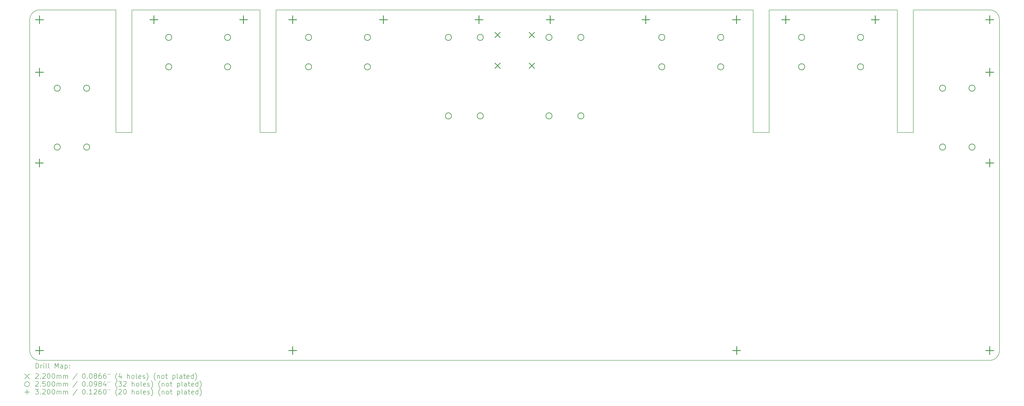
<source format=gbr>
%FSLAX45Y45*%
G04 Gerber Fmt 4.5, Leading zero omitted, Abs format (unit mm)*
G04 Created by KiCad (PCBNEW (6.0.0)) date 2022-03-06 22:42:32*
%MOMM*%
%LPD*%
G01*
G04 APERTURE LIST*
%TA.AperFunction,Profile*%
%ADD10C,0.200000*%
%TD*%
%ADD11C,0.200000*%
%ADD12C,0.220000*%
%ADD13C,0.250000*%
%ADD14C,0.320000*%
G04 APERTURE END LIST*
D10*
X1459270Y-5875820D02*
G75*
G03*
X1062420Y-6272670I0J-396850D01*
G01*
X37075550Y-10875820D02*
X37075550Y-5875820D01*
X40191830Y-20162420D02*
G75*
G03*
X40588680Y-19765570I0J396850D01*
G01*
X11100550Y-5875820D02*
X30550550Y-5875820D01*
X5225550Y-10875820D02*
X4575550Y-10875820D01*
X4575550Y-10875820D02*
X4575550Y-5875820D01*
X5225550Y-5875820D02*
X5225550Y-10875820D01*
X31200550Y-5875820D02*
X31200550Y-10875820D01*
X37075550Y-5875820D02*
X40191830Y-5875820D01*
X4575550Y-5875820D02*
X1459270Y-5875820D01*
X36425550Y-5875820D02*
X36425550Y-10875820D01*
X1062420Y-6272670D02*
X1062420Y-19765570D01*
X11100550Y-5875820D02*
X11100550Y-10875820D01*
X10450550Y-10875820D02*
X10450550Y-5875820D01*
X11100550Y-10875820D02*
X10450550Y-10875820D01*
X31200550Y-5875820D02*
X36425550Y-5875820D01*
X1062420Y-19765570D02*
G75*
G03*
X1459270Y-20162420I396850J0D01*
G01*
X31200550Y-10875820D02*
X30550550Y-10875820D01*
X36425550Y-10875820D02*
X37075550Y-10875820D01*
X40588680Y-19765570D02*
X40588680Y-6272670D01*
X5225550Y-5875820D02*
X10450550Y-5875820D01*
X1459270Y-20162420D02*
X40191830Y-20162420D01*
X30550550Y-10875820D02*
X30550550Y-5875820D01*
X40588680Y-6272670D02*
G75*
G03*
X40191830Y-5875820I-396850J0D01*
G01*
D11*
D12*
X20015550Y-6784520D02*
X20235550Y-7004520D01*
X20235550Y-6784520D02*
X20015550Y-7004520D01*
X20015550Y-8034520D02*
X20235550Y-8254520D01*
X20235550Y-8034520D02*
X20015550Y-8254520D01*
X21415550Y-6784520D02*
X21635550Y-7004520D01*
X21635550Y-6784520D02*
X21415550Y-7004520D01*
X21415550Y-8034520D02*
X21635550Y-8254520D01*
X21635550Y-8034520D02*
X21415550Y-8254520D01*
D13*
X2306120Y-9066370D02*
G75*
G03*
X2306120Y-9066370I-125000J0D01*
G01*
X2306120Y-11466370D02*
G75*
G03*
X2306120Y-11466370I-125000J0D01*
G01*
X3506120Y-9066370D02*
G75*
G03*
X3506120Y-9066370I-125000J0D01*
G01*
X3506120Y-11466370D02*
G75*
G03*
X3506120Y-11466370I-125000J0D01*
G01*
X6850550Y-6994520D02*
G75*
G03*
X6850550Y-6994520I-125000J0D01*
G01*
X6850550Y-8194520D02*
G75*
G03*
X6850550Y-8194520I-125000J0D01*
G01*
X9250550Y-6994520D02*
G75*
G03*
X9250550Y-6994520I-125000J0D01*
G01*
X9250550Y-8194520D02*
G75*
G03*
X9250550Y-8194520I-125000J0D01*
G01*
X12550550Y-6994520D02*
G75*
G03*
X12550550Y-6994520I-125000J0D01*
G01*
X12550550Y-8194520D02*
G75*
G03*
X12550550Y-8194520I-125000J0D01*
G01*
X14950550Y-6994520D02*
G75*
G03*
X14950550Y-6994520I-125000J0D01*
G01*
X14950550Y-8194520D02*
G75*
G03*
X14950550Y-8194520I-125000J0D01*
G01*
X18250550Y-6994520D02*
G75*
G03*
X18250550Y-6994520I-125000J0D01*
G01*
X18250550Y-10194520D02*
G75*
G03*
X18250550Y-10194520I-125000J0D01*
G01*
X19550550Y-6994520D02*
G75*
G03*
X19550550Y-6994520I-125000J0D01*
G01*
X19550550Y-10194520D02*
G75*
G03*
X19550550Y-10194520I-125000J0D01*
G01*
X22350550Y-6994520D02*
G75*
G03*
X22350550Y-6994520I-125000J0D01*
G01*
X22350550Y-10194520D02*
G75*
G03*
X22350550Y-10194520I-125000J0D01*
G01*
X23650550Y-6994520D02*
G75*
G03*
X23650550Y-6994520I-125000J0D01*
G01*
X23650550Y-10194520D02*
G75*
G03*
X23650550Y-10194520I-125000J0D01*
G01*
X26950550Y-6994520D02*
G75*
G03*
X26950550Y-6994520I-125000J0D01*
G01*
X26950550Y-8194520D02*
G75*
G03*
X26950550Y-8194520I-125000J0D01*
G01*
X29350550Y-6994520D02*
G75*
G03*
X29350550Y-6994520I-125000J0D01*
G01*
X29350550Y-8194520D02*
G75*
G03*
X29350550Y-8194520I-125000J0D01*
G01*
X32650550Y-6994520D02*
G75*
G03*
X32650550Y-6994520I-125000J0D01*
G01*
X32650550Y-8194520D02*
G75*
G03*
X32650550Y-8194520I-125000J0D01*
G01*
X35050550Y-6994520D02*
G75*
G03*
X35050550Y-6994520I-125000J0D01*
G01*
X35050550Y-8194520D02*
G75*
G03*
X35050550Y-8194520I-125000J0D01*
G01*
X38394980Y-9066370D02*
G75*
G03*
X38394980Y-9066370I-125000J0D01*
G01*
X38394980Y-11466370D02*
G75*
G03*
X38394980Y-11466370I-125000J0D01*
G01*
X39594980Y-9066370D02*
G75*
G03*
X39594980Y-9066370I-125000J0D01*
G01*
X39594980Y-11466370D02*
G75*
G03*
X39594980Y-11466370I-125000J0D01*
G01*
D14*
X1452970Y-11956370D02*
X1452970Y-12276370D01*
X1292970Y-12116370D02*
X1612970Y-12116370D01*
X1456120Y-8256370D02*
X1456120Y-8576370D01*
X1296120Y-8416370D02*
X1616120Y-8416370D01*
X1459270Y-6112670D02*
X1459270Y-6432670D01*
X1299270Y-6272670D02*
X1619270Y-6272670D01*
X1459270Y-19605570D02*
X1459270Y-19925570D01*
X1299270Y-19765570D02*
X1619270Y-19765570D01*
X6125550Y-6112670D02*
X6125550Y-6432670D01*
X5965550Y-6272670D02*
X6285550Y-6272670D01*
X9775550Y-6112670D02*
X9775550Y-6432670D01*
X9615550Y-6272670D02*
X9935550Y-6272670D01*
X11775550Y-19605570D02*
X11775550Y-19925570D01*
X11615550Y-19765570D02*
X11935550Y-19765570D01*
X11777370Y-6112670D02*
X11777370Y-6432670D01*
X11617370Y-6272670D02*
X11937370Y-6272670D01*
X15475550Y-6112670D02*
X15475550Y-6432670D01*
X15315550Y-6272670D02*
X15635550Y-6272670D01*
X19375550Y-6112670D02*
X19375550Y-6432670D01*
X19215550Y-6272670D02*
X19535550Y-6272670D01*
X22275550Y-6112670D02*
X22275550Y-6432670D01*
X22115550Y-6272670D02*
X22435550Y-6272670D01*
X26175550Y-6112670D02*
X26175550Y-6432670D01*
X26015550Y-6272670D02*
X26335550Y-6272670D01*
X29873730Y-6112670D02*
X29873730Y-6432670D01*
X29713730Y-6272670D02*
X30033730Y-6272670D01*
X29875550Y-19605570D02*
X29875550Y-19925570D01*
X29715550Y-19765570D02*
X30035550Y-19765570D01*
X31875550Y-6112670D02*
X31875550Y-6432670D01*
X31715550Y-6272670D02*
X32035550Y-6272670D01*
X35525550Y-6112670D02*
X35525550Y-6432670D01*
X35365550Y-6272670D02*
X35685550Y-6272670D01*
X40191830Y-6112670D02*
X40191830Y-6432670D01*
X40031830Y-6272670D02*
X40351830Y-6272670D01*
X40191830Y-8255660D02*
X40191830Y-8575660D01*
X40031830Y-8415660D02*
X40351830Y-8415660D01*
X40191830Y-11956370D02*
X40191830Y-12276370D01*
X40031830Y-12116370D02*
X40351830Y-12116370D01*
X40191830Y-19605570D02*
X40191830Y-19925570D01*
X40031830Y-19765570D02*
X40351830Y-19765570D01*
D11*
X1310039Y-20482896D02*
X1310039Y-20282896D01*
X1357658Y-20282896D01*
X1386230Y-20292420D01*
X1405277Y-20311468D01*
X1414801Y-20330515D01*
X1424325Y-20368610D01*
X1424325Y-20397182D01*
X1414801Y-20435277D01*
X1405277Y-20454325D01*
X1386230Y-20473372D01*
X1357658Y-20482896D01*
X1310039Y-20482896D01*
X1510039Y-20482896D02*
X1510039Y-20349563D01*
X1510039Y-20387658D02*
X1519563Y-20368610D01*
X1529087Y-20359087D01*
X1548134Y-20349563D01*
X1567182Y-20349563D01*
X1633848Y-20482896D02*
X1633848Y-20349563D01*
X1633848Y-20282896D02*
X1624325Y-20292420D01*
X1633848Y-20301944D01*
X1643372Y-20292420D01*
X1633848Y-20282896D01*
X1633848Y-20301944D01*
X1757658Y-20482896D02*
X1738610Y-20473372D01*
X1729087Y-20454325D01*
X1729087Y-20282896D01*
X1862420Y-20482896D02*
X1843372Y-20473372D01*
X1833848Y-20454325D01*
X1833848Y-20282896D01*
X2090991Y-20482896D02*
X2090991Y-20282896D01*
X2157658Y-20425753D01*
X2224325Y-20282896D01*
X2224325Y-20482896D01*
X2405277Y-20482896D02*
X2405277Y-20378134D01*
X2395753Y-20359087D01*
X2376706Y-20349563D01*
X2338610Y-20349563D01*
X2319563Y-20359087D01*
X2405277Y-20473372D02*
X2386230Y-20482896D01*
X2338610Y-20482896D01*
X2319563Y-20473372D01*
X2310039Y-20454325D01*
X2310039Y-20435277D01*
X2319563Y-20416230D01*
X2338610Y-20406706D01*
X2386230Y-20406706D01*
X2405277Y-20397182D01*
X2500515Y-20349563D02*
X2500515Y-20549563D01*
X2500515Y-20359087D02*
X2519563Y-20349563D01*
X2557658Y-20349563D01*
X2576706Y-20359087D01*
X2586230Y-20368610D01*
X2595753Y-20387658D01*
X2595753Y-20444801D01*
X2586230Y-20463849D01*
X2576706Y-20473372D01*
X2557658Y-20482896D01*
X2519563Y-20482896D01*
X2500515Y-20473372D01*
X2681468Y-20463849D02*
X2690991Y-20473372D01*
X2681468Y-20482896D01*
X2671944Y-20473372D01*
X2681468Y-20463849D01*
X2681468Y-20482896D01*
X2681468Y-20359087D02*
X2690991Y-20368610D01*
X2681468Y-20378134D01*
X2671944Y-20368610D01*
X2681468Y-20359087D01*
X2681468Y-20378134D01*
X852420Y-20712420D02*
X1052420Y-20912420D01*
X1052420Y-20712420D02*
X852420Y-20912420D01*
X1300515Y-20721944D02*
X1310039Y-20712420D01*
X1329087Y-20702896D01*
X1376706Y-20702896D01*
X1395753Y-20712420D01*
X1405277Y-20721944D01*
X1414801Y-20740991D01*
X1414801Y-20760039D01*
X1405277Y-20788610D01*
X1290991Y-20902896D01*
X1414801Y-20902896D01*
X1500515Y-20883849D02*
X1510039Y-20893372D01*
X1500515Y-20902896D01*
X1490991Y-20893372D01*
X1500515Y-20883849D01*
X1500515Y-20902896D01*
X1586229Y-20721944D02*
X1595753Y-20712420D01*
X1614801Y-20702896D01*
X1662420Y-20702896D01*
X1681468Y-20712420D01*
X1690991Y-20721944D01*
X1700515Y-20740991D01*
X1700515Y-20760039D01*
X1690991Y-20788610D01*
X1576706Y-20902896D01*
X1700515Y-20902896D01*
X1824325Y-20702896D02*
X1843372Y-20702896D01*
X1862420Y-20712420D01*
X1871944Y-20721944D01*
X1881468Y-20740991D01*
X1890991Y-20779087D01*
X1890991Y-20826706D01*
X1881468Y-20864801D01*
X1871944Y-20883849D01*
X1862420Y-20893372D01*
X1843372Y-20902896D01*
X1824325Y-20902896D01*
X1805277Y-20893372D01*
X1795753Y-20883849D01*
X1786229Y-20864801D01*
X1776706Y-20826706D01*
X1776706Y-20779087D01*
X1786229Y-20740991D01*
X1795753Y-20721944D01*
X1805277Y-20712420D01*
X1824325Y-20702896D01*
X2014801Y-20702896D02*
X2033848Y-20702896D01*
X2052896Y-20712420D01*
X2062420Y-20721944D01*
X2071944Y-20740991D01*
X2081468Y-20779087D01*
X2081468Y-20826706D01*
X2071944Y-20864801D01*
X2062420Y-20883849D01*
X2052896Y-20893372D01*
X2033848Y-20902896D01*
X2014801Y-20902896D01*
X1995753Y-20893372D01*
X1986229Y-20883849D01*
X1976706Y-20864801D01*
X1967182Y-20826706D01*
X1967182Y-20779087D01*
X1976706Y-20740991D01*
X1986229Y-20721944D01*
X1995753Y-20712420D01*
X2014801Y-20702896D01*
X2167182Y-20902896D02*
X2167182Y-20769563D01*
X2167182Y-20788610D02*
X2176706Y-20779087D01*
X2195753Y-20769563D01*
X2224325Y-20769563D01*
X2243372Y-20779087D01*
X2252896Y-20798134D01*
X2252896Y-20902896D01*
X2252896Y-20798134D02*
X2262420Y-20779087D01*
X2281468Y-20769563D01*
X2310039Y-20769563D01*
X2329087Y-20779087D01*
X2338610Y-20798134D01*
X2338610Y-20902896D01*
X2433849Y-20902896D02*
X2433849Y-20769563D01*
X2433849Y-20788610D02*
X2443372Y-20779087D01*
X2462420Y-20769563D01*
X2490991Y-20769563D01*
X2510039Y-20779087D01*
X2519563Y-20798134D01*
X2519563Y-20902896D01*
X2519563Y-20798134D02*
X2529087Y-20779087D01*
X2548134Y-20769563D01*
X2576706Y-20769563D01*
X2595753Y-20779087D01*
X2605277Y-20798134D01*
X2605277Y-20902896D01*
X2995753Y-20693372D02*
X2824325Y-20950515D01*
X3252896Y-20702896D02*
X3271944Y-20702896D01*
X3290991Y-20712420D01*
X3300515Y-20721944D01*
X3310039Y-20740991D01*
X3319563Y-20779087D01*
X3319563Y-20826706D01*
X3310039Y-20864801D01*
X3300515Y-20883849D01*
X3290991Y-20893372D01*
X3271944Y-20902896D01*
X3252896Y-20902896D01*
X3233848Y-20893372D01*
X3224325Y-20883849D01*
X3214801Y-20864801D01*
X3205277Y-20826706D01*
X3205277Y-20779087D01*
X3214801Y-20740991D01*
X3224325Y-20721944D01*
X3233848Y-20712420D01*
X3252896Y-20702896D01*
X3405277Y-20883849D02*
X3414801Y-20893372D01*
X3405277Y-20902896D01*
X3395753Y-20893372D01*
X3405277Y-20883849D01*
X3405277Y-20902896D01*
X3538610Y-20702896D02*
X3557658Y-20702896D01*
X3576706Y-20712420D01*
X3586229Y-20721944D01*
X3595753Y-20740991D01*
X3605277Y-20779087D01*
X3605277Y-20826706D01*
X3595753Y-20864801D01*
X3586229Y-20883849D01*
X3576706Y-20893372D01*
X3557658Y-20902896D01*
X3538610Y-20902896D01*
X3519563Y-20893372D01*
X3510039Y-20883849D01*
X3500515Y-20864801D01*
X3490991Y-20826706D01*
X3490991Y-20779087D01*
X3500515Y-20740991D01*
X3510039Y-20721944D01*
X3519563Y-20712420D01*
X3538610Y-20702896D01*
X3719563Y-20788610D02*
X3700515Y-20779087D01*
X3690991Y-20769563D01*
X3681468Y-20750515D01*
X3681468Y-20740991D01*
X3690991Y-20721944D01*
X3700515Y-20712420D01*
X3719563Y-20702896D01*
X3757658Y-20702896D01*
X3776706Y-20712420D01*
X3786229Y-20721944D01*
X3795753Y-20740991D01*
X3795753Y-20750515D01*
X3786229Y-20769563D01*
X3776706Y-20779087D01*
X3757658Y-20788610D01*
X3719563Y-20788610D01*
X3700515Y-20798134D01*
X3690991Y-20807658D01*
X3681468Y-20826706D01*
X3681468Y-20864801D01*
X3690991Y-20883849D01*
X3700515Y-20893372D01*
X3719563Y-20902896D01*
X3757658Y-20902896D01*
X3776706Y-20893372D01*
X3786229Y-20883849D01*
X3795753Y-20864801D01*
X3795753Y-20826706D01*
X3786229Y-20807658D01*
X3776706Y-20798134D01*
X3757658Y-20788610D01*
X3967182Y-20702896D02*
X3929087Y-20702896D01*
X3910039Y-20712420D01*
X3900515Y-20721944D01*
X3881468Y-20750515D01*
X3871944Y-20788610D01*
X3871944Y-20864801D01*
X3881468Y-20883849D01*
X3890991Y-20893372D01*
X3910039Y-20902896D01*
X3948134Y-20902896D01*
X3967182Y-20893372D01*
X3976706Y-20883849D01*
X3986229Y-20864801D01*
X3986229Y-20817182D01*
X3976706Y-20798134D01*
X3967182Y-20788610D01*
X3948134Y-20779087D01*
X3910039Y-20779087D01*
X3890991Y-20788610D01*
X3881468Y-20798134D01*
X3871944Y-20817182D01*
X4157658Y-20702896D02*
X4119563Y-20702896D01*
X4100515Y-20712420D01*
X4090991Y-20721944D01*
X4071944Y-20750515D01*
X4062420Y-20788610D01*
X4062420Y-20864801D01*
X4071944Y-20883849D01*
X4081468Y-20893372D01*
X4100515Y-20902896D01*
X4138610Y-20902896D01*
X4157658Y-20893372D01*
X4167182Y-20883849D01*
X4176706Y-20864801D01*
X4176706Y-20817182D01*
X4167182Y-20798134D01*
X4157658Y-20788610D01*
X4138610Y-20779087D01*
X4100515Y-20779087D01*
X4081468Y-20788610D01*
X4071944Y-20798134D01*
X4062420Y-20817182D01*
X4252896Y-20702896D02*
X4252896Y-20740991D01*
X4329087Y-20702896D02*
X4329087Y-20740991D01*
X4624325Y-20979087D02*
X4614801Y-20969563D01*
X4595753Y-20940991D01*
X4586230Y-20921944D01*
X4576706Y-20893372D01*
X4567182Y-20845753D01*
X4567182Y-20807658D01*
X4576706Y-20760039D01*
X4586230Y-20731468D01*
X4595753Y-20712420D01*
X4614801Y-20683849D01*
X4624325Y-20674325D01*
X4786230Y-20769563D02*
X4786230Y-20902896D01*
X4738610Y-20693372D02*
X4690991Y-20836230D01*
X4814801Y-20836230D01*
X5043372Y-20902896D02*
X5043372Y-20702896D01*
X5129087Y-20902896D02*
X5129087Y-20798134D01*
X5119563Y-20779087D01*
X5100515Y-20769563D01*
X5071944Y-20769563D01*
X5052896Y-20779087D01*
X5043372Y-20788610D01*
X5252896Y-20902896D02*
X5233849Y-20893372D01*
X5224325Y-20883849D01*
X5214801Y-20864801D01*
X5214801Y-20807658D01*
X5224325Y-20788610D01*
X5233849Y-20779087D01*
X5252896Y-20769563D01*
X5281468Y-20769563D01*
X5300515Y-20779087D01*
X5310039Y-20788610D01*
X5319563Y-20807658D01*
X5319563Y-20864801D01*
X5310039Y-20883849D01*
X5300515Y-20893372D01*
X5281468Y-20902896D01*
X5252896Y-20902896D01*
X5433849Y-20902896D02*
X5414801Y-20893372D01*
X5405277Y-20874325D01*
X5405277Y-20702896D01*
X5586230Y-20893372D02*
X5567182Y-20902896D01*
X5529087Y-20902896D01*
X5510039Y-20893372D01*
X5500515Y-20874325D01*
X5500515Y-20798134D01*
X5510039Y-20779087D01*
X5529087Y-20769563D01*
X5567182Y-20769563D01*
X5586230Y-20779087D01*
X5595753Y-20798134D01*
X5595753Y-20817182D01*
X5500515Y-20836230D01*
X5671944Y-20893372D02*
X5690991Y-20902896D01*
X5729087Y-20902896D01*
X5748134Y-20893372D01*
X5757658Y-20874325D01*
X5757658Y-20864801D01*
X5748134Y-20845753D01*
X5729087Y-20836230D01*
X5700515Y-20836230D01*
X5681468Y-20826706D01*
X5671944Y-20807658D01*
X5671944Y-20798134D01*
X5681468Y-20779087D01*
X5700515Y-20769563D01*
X5729087Y-20769563D01*
X5748134Y-20779087D01*
X5824325Y-20979087D02*
X5833848Y-20969563D01*
X5852896Y-20940991D01*
X5862420Y-20921944D01*
X5871944Y-20893372D01*
X5881468Y-20845753D01*
X5881468Y-20807658D01*
X5871944Y-20760039D01*
X5862420Y-20731468D01*
X5852896Y-20712420D01*
X5833848Y-20683849D01*
X5824325Y-20674325D01*
X6186229Y-20979087D02*
X6176706Y-20969563D01*
X6157658Y-20940991D01*
X6148134Y-20921944D01*
X6138610Y-20893372D01*
X6129087Y-20845753D01*
X6129087Y-20807658D01*
X6138610Y-20760039D01*
X6148134Y-20731468D01*
X6157658Y-20712420D01*
X6176706Y-20683849D01*
X6186229Y-20674325D01*
X6262420Y-20769563D02*
X6262420Y-20902896D01*
X6262420Y-20788610D02*
X6271944Y-20779087D01*
X6290991Y-20769563D01*
X6319563Y-20769563D01*
X6338610Y-20779087D01*
X6348134Y-20798134D01*
X6348134Y-20902896D01*
X6471944Y-20902896D02*
X6452896Y-20893372D01*
X6443372Y-20883849D01*
X6433848Y-20864801D01*
X6433848Y-20807658D01*
X6443372Y-20788610D01*
X6452896Y-20779087D01*
X6471944Y-20769563D01*
X6500515Y-20769563D01*
X6519563Y-20779087D01*
X6529087Y-20788610D01*
X6538610Y-20807658D01*
X6538610Y-20864801D01*
X6529087Y-20883849D01*
X6519563Y-20893372D01*
X6500515Y-20902896D01*
X6471944Y-20902896D01*
X6595753Y-20769563D02*
X6671944Y-20769563D01*
X6624325Y-20702896D02*
X6624325Y-20874325D01*
X6633848Y-20893372D01*
X6652896Y-20902896D01*
X6671944Y-20902896D01*
X6890991Y-20769563D02*
X6890991Y-20969563D01*
X6890991Y-20779087D02*
X6910039Y-20769563D01*
X6948134Y-20769563D01*
X6967182Y-20779087D01*
X6976706Y-20788610D01*
X6986229Y-20807658D01*
X6986229Y-20864801D01*
X6976706Y-20883849D01*
X6967182Y-20893372D01*
X6948134Y-20902896D01*
X6910039Y-20902896D01*
X6890991Y-20893372D01*
X7100515Y-20902896D02*
X7081468Y-20893372D01*
X7071944Y-20874325D01*
X7071944Y-20702896D01*
X7262420Y-20902896D02*
X7262420Y-20798134D01*
X7252896Y-20779087D01*
X7233848Y-20769563D01*
X7195753Y-20769563D01*
X7176706Y-20779087D01*
X7262420Y-20893372D02*
X7243372Y-20902896D01*
X7195753Y-20902896D01*
X7176706Y-20893372D01*
X7167182Y-20874325D01*
X7167182Y-20855277D01*
X7176706Y-20836230D01*
X7195753Y-20826706D01*
X7243372Y-20826706D01*
X7262420Y-20817182D01*
X7329087Y-20769563D02*
X7405277Y-20769563D01*
X7357658Y-20702896D02*
X7357658Y-20874325D01*
X7367182Y-20893372D01*
X7386229Y-20902896D01*
X7405277Y-20902896D01*
X7548134Y-20893372D02*
X7529087Y-20902896D01*
X7490991Y-20902896D01*
X7471944Y-20893372D01*
X7462420Y-20874325D01*
X7462420Y-20798134D01*
X7471944Y-20779087D01*
X7490991Y-20769563D01*
X7529087Y-20769563D01*
X7548134Y-20779087D01*
X7557658Y-20798134D01*
X7557658Y-20817182D01*
X7462420Y-20836230D01*
X7729087Y-20902896D02*
X7729087Y-20702896D01*
X7729087Y-20893372D02*
X7710039Y-20902896D01*
X7671944Y-20902896D01*
X7652896Y-20893372D01*
X7643372Y-20883849D01*
X7633848Y-20864801D01*
X7633848Y-20807658D01*
X7643372Y-20788610D01*
X7652896Y-20779087D01*
X7671944Y-20769563D01*
X7710039Y-20769563D01*
X7729087Y-20779087D01*
X7805277Y-20979087D02*
X7814801Y-20969563D01*
X7833848Y-20940991D01*
X7843372Y-20921944D01*
X7852896Y-20893372D01*
X7862420Y-20845753D01*
X7862420Y-20807658D01*
X7852896Y-20760039D01*
X7843372Y-20731468D01*
X7833848Y-20712420D01*
X7814801Y-20683849D01*
X7805277Y-20674325D01*
X1052420Y-21132420D02*
G75*
G03*
X1052420Y-21132420I-100000J0D01*
G01*
X1300515Y-21041944D02*
X1310039Y-21032420D01*
X1329087Y-21022896D01*
X1376706Y-21022896D01*
X1395753Y-21032420D01*
X1405277Y-21041944D01*
X1414801Y-21060991D01*
X1414801Y-21080039D01*
X1405277Y-21108610D01*
X1290991Y-21222896D01*
X1414801Y-21222896D01*
X1500515Y-21203849D02*
X1510039Y-21213372D01*
X1500515Y-21222896D01*
X1490991Y-21213372D01*
X1500515Y-21203849D01*
X1500515Y-21222896D01*
X1690991Y-21022896D02*
X1595753Y-21022896D01*
X1586229Y-21118134D01*
X1595753Y-21108610D01*
X1614801Y-21099087D01*
X1662420Y-21099087D01*
X1681468Y-21108610D01*
X1690991Y-21118134D01*
X1700515Y-21137182D01*
X1700515Y-21184801D01*
X1690991Y-21203849D01*
X1681468Y-21213372D01*
X1662420Y-21222896D01*
X1614801Y-21222896D01*
X1595753Y-21213372D01*
X1586229Y-21203849D01*
X1824325Y-21022896D02*
X1843372Y-21022896D01*
X1862420Y-21032420D01*
X1871944Y-21041944D01*
X1881468Y-21060991D01*
X1890991Y-21099087D01*
X1890991Y-21146706D01*
X1881468Y-21184801D01*
X1871944Y-21203849D01*
X1862420Y-21213372D01*
X1843372Y-21222896D01*
X1824325Y-21222896D01*
X1805277Y-21213372D01*
X1795753Y-21203849D01*
X1786229Y-21184801D01*
X1776706Y-21146706D01*
X1776706Y-21099087D01*
X1786229Y-21060991D01*
X1795753Y-21041944D01*
X1805277Y-21032420D01*
X1824325Y-21022896D01*
X2014801Y-21022896D02*
X2033848Y-21022896D01*
X2052896Y-21032420D01*
X2062420Y-21041944D01*
X2071944Y-21060991D01*
X2081468Y-21099087D01*
X2081468Y-21146706D01*
X2071944Y-21184801D01*
X2062420Y-21203849D01*
X2052896Y-21213372D01*
X2033848Y-21222896D01*
X2014801Y-21222896D01*
X1995753Y-21213372D01*
X1986229Y-21203849D01*
X1976706Y-21184801D01*
X1967182Y-21146706D01*
X1967182Y-21099087D01*
X1976706Y-21060991D01*
X1986229Y-21041944D01*
X1995753Y-21032420D01*
X2014801Y-21022896D01*
X2167182Y-21222896D02*
X2167182Y-21089563D01*
X2167182Y-21108610D02*
X2176706Y-21099087D01*
X2195753Y-21089563D01*
X2224325Y-21089563D01*
X2243372Y-21099087D01*
X2252896Y-21118134D01*
X2252896Y-21222896D01*
X2252896Y-21118134D02*
X2262420Y-21099087D01*
X2281468Y-21089563D01*
X2310039Y-21089563D01*
X2329087Y-21099087D01*
X2338610Y-21118134D01*
X2338610Y-21222896D01*
X2433849Y-21222896D02*
X2433849Y-21089563D01*
X2433849Y-21108610D02*
X2443372Y-21099087D01*
X2462420Y-21089563D01*
X2490991Y-21089563D01*
X2510039Y-21099087D01*
X2519563Y-21118134D01*
X2519563Y-21222896D01*
X2519563Y-21118134D02*
X2529087Y-21099087D01*
X2548134Y-21089563D01*
X2576706Y-21089563D01*
X2595753Y-21099087D01*
X2605277Y-21118134D01*
X2605277Y-21222896D01*
X2995753Y-21013372D02*
X2824325Y-21270515D01*
X3252896Y-21022896D02*
X3271944Y-21022896D01*
X3290991Y-21032420D01*
X3300515Y-21041944D01*
X3310039Y-21060991D01*
X3319563Y-21099087D01*
X3319563Y-21146706D01*
X3310039Y-21184801D01*
X3300515Y-21203849D01*
X3290991Y-21213372D01*
X3271944Y-21222896D01*
X3252896Y-21222896D01*
X3233848Y-21213372D01*
X3224325Y-21203849D01*
X3214801Y-21184801D01*
X3205277Y-21146706D01*
X3205277Y-21099087D01*
X3214801Y-21060991D01*
X3224325Y-21041944D01*
X3233848Y-21032420D01*
X3252896Y-21022896D01*
X3405277Y-21203849D02*
X3414801Y-21213372D01*
X3405277Y-21222896D01*
X3395753Y-21213372D01*
X3405277Y-21203849D01*
X3405277Y-21222896D01*
X3538610Y-21022896D02*
X3557658Y-21022896D01*
X3576706Y-21032420D01*
X3586229Y-21041944D01*
X3595753Y-21060991D01*
X3605277Y-21099087D01*
X3605277Y-21146706D01*
X3595753Y-21184801D01*
X3586229Y-21203849D01*
X3576706Y-21213372D01*
X3557658Y-21222896D01*
X3538610Y-21222896D01*
X3519563Y-21213372D01*
X3510039Y-21203849D01*
X3500515Y-21184801D01*
X3490991Y-21146706D01*
X3490991Y-21099087D01*
X3500515Y-21060991D01*
X3510039Y-21041944D01*
X3519563Y-21032420D01*
X3538610Y-21022896D01*
X3700515Y-21222896D02*
X3738610Y-21222896D01*
X3757658Y-21213372D01*
X3767182Y-21203849D01*
X3786229Y-21175277D01*
X3795753Y-21137182D01*
X3795753Y-21060991D01*
X3786229Y-21041944D01*
X3776706Y-21032420D01*
X3757658Y-21022896D01*
X3719563Y-21022896D01*
X3700515Y-21032420D01*
X3690991Y-21041944D01*
X3681468Y-21060991D01*
X3681468Y-21108610D01*
X3690991Y-21127658D01*
X3700515Y-21137182D01*
X3719563Y-21146706D01*
X3757658Y-21146706D01*
X3776706Y-21137182D01*
X3786229Y-21127658D01*
X3795753Y-21108610D01*
X3910039Y-21108610D02*
X3890991Y-21099087D01*
X3881468Y-21089563D01*
X3871944Y-21070515D01*
X3871944Y-21060991D01*
X3881468Y-21041944D01*
X3890991Y-21032420D01*
X3910039Y-21022896D01*
X3948134Y-21022896D01*
X3967182Y-21032420D01*
X3976706Y-21041944D01*
X3986229Y-21060991D01*
X3986229Y-21070515D01*
X3976706Y-21089563D01*
X3967182Y-21099087D01*
X3948134Y-21108610D01*
X3910039Y-21108610D01*
X3890991Y-21118134D01*
X3881468Y-21127658D01*
X3871944Y-21146706D01*
X3871944Y-21184801D01*
X3881468Y-21203849D01*
X3890991Y-21213372D01*
X3910039Y-21222896D01*
X3948134Y-21222896D01*
X3967182Y-21213372D01*
X3976706Y-21203849D01*
X3986229Y-21184801D01*
X3986229Y-21146706D01*
X3976706Y-21127658D01*
X3967182Y-21118134D01*
X3948134Y-21108610D01*
X4157658Y-21089563D02*
X4157658Y-21222896D01*
X4110039Y-21013372D02*
X4062420Y-21156230D01*
X4186229Y-21156230D01*
X4252896Y-21022896D02*
X4252896Y-21060991D01*
X4329087Y-21022896D02*
X4329087Y-21060991D01*
X4624325Y-21299087D02*
X4614801Y-21289563D01*
X4595753Y-21260991D01*
X4586230Y-21241944D01*
X4576706Y-21213372D01*
X4567182Y-21165753D01*
X4567182Y-21127658D01*
X4576706Y-21080039D01*
X4586230Y-21051468D01*
X4595753Y-21032420D01*
X4614801Y-21003849D01*
X4624325Y-20994325D01*
X4681468Y-21022896D02*
X4805277Y-21022896D01*
X4738610Y-21099087D01*
X4767182Y-21099087D01*
X4786230Y-21108610D01*
X4795753Y-21118134D01*
X4805277Y-21137182D01*
X4805277Y-21184801D01*
X4795753Y-21203849D01*
X4786230Y-21213372D01*
X4767182Y-21222896D01*
X4710039Y-21222896D01*
X4690991Y-21213372D01*
X4681468Y-21203849D01*
X4881468Y-21041944D02*
X4890991Y-21032420D01*
X4910039Y-21022896D01*
X4957658Y-21022896D01*
X4976706Y-21032420D01*
X4986230Y-21041944D01*
X4995753Y-21060991D01*
X4995753Y-21080039D01*
X4986230Y-21108610D01*
X4871944Y-21222896D01*
X4995753Y-21222896D01*
X5233849Y-21222896D02*
X5233849Y-21022896D01*
X5319563Y-21222896D02*
X5319563Y-21118134D01*
X5310039Y-21099087D01*
X5290991Y-21089563D01*
X5262420Y-21089563D01*
X5243372Y-21099087D01*
X5233849Y-21108610D01*
X5443372Y-21222896D02*
X5424325Y-21213372D01*
X5414801Y-21203849D01*
X5405277Y-21184801D01*
X5405277Y-21127658D01*
X5414801Y-21108610D01*
X5424325Y-21099087D01*
X5443372Y-21089563D01*
X5471944Y-21089563D01*
X5490991Y-21099087D01*
X5500515Y-21108610D01*
X5510039Y-21127658D01*
X5510039Y-21184801D01*
X5500515Y-21203849D01*
X5490991Y-21213372D01*
X5471944Y-21222896D01*
X5443372Y-21222896D01*
X5624325Y-21222896D02*
X5605277Y-21213372D01*
X5595753Y-21194325D01*
X5595753Y-21022896D01*
X5776706Y-21213372D02*
X5757658Y-21222896D01*
X5719563Y-21222896D01*
X5700515Y-21213372D01*
X5690991Y-21194325D01*
X5690991Y-21118134D01*
X5700515Y-21099087D01*
X5719563Y-21089563D01*
X5757658Y-21089563D01*
X5776706Y-21099087D01*
X5786229Y-21118134D01*
X5786229Y-21137182D01*
X5690991Y-21156230D01*
X5862420Y-21213372D02*
X5881468Y-21222896D01*
X5919563Y-21222896D01*
X5938610Y-21213372D01*
X5948134Y-21194325D01*
X5948134Y-21184801D01*
X5938610Y-21165753D01*
X5919563Y-21156230D01*
X5890991Y-21156230D01*
X5871944Y-21146706D01*
X5862420Y-21127658D01*
X5862420Y-21118134D01*
X5871944Y-21099087D01*
X5890991Y-21089563D01*
X5919563Y-21089563D01*
X5938610Y-21099087D01*
X6014801Y-21299087D02*
X6024325Y-21289563D01*
X6043372Y-21260991D01*
X6052896Y-21241944D01*
X6062420Y-21213372D01*
X6071944Y-21165753D01*
X6071944Y-21127658D01*
X6062420Y-21080039D01*
X6052896Y-21051468D01*
X6043372Y-21032420D01*
X6024325Y-21003849D01*
X6014801Y-20994325D01*
X6376706Y-21299087D02*
X6367182Y-21289563D01*
X6348134Y-21260991D01*
X6338610Y-21241944D01*
X6329087Y-21213372D01*
X6319563Y-21165753D01*
X6319563Y-21127658D01*
X6329087Y-21080039D01*
X6338610Y-21051468D01*
X6348134Y-21032420D01*
X6367182Y-21003849D01*
X6376706Y-20994325D01*
X6452896Y-21089563D02*
X6452896Y-21222896D01*
X6452896Y-21108610D02*
X6462420Y-21099087D01*
X6481468Y-21089563D01*
X6510039Y-21089563D01*
X6529087Y-21099087D01*
X6538610Y-21118134D01*
X6538610Y-21222896D01*
X6662420Y-21222896D02*
X6643372Y-21213372D01*
X6633848Y-21203849D01*
X6624325Y-21184801D01*
X6624325Y-21127658D01*
X6633848Y-21108610D01*
X6643372Y-21099087D01*
X6662420Y-21089563D01*
X6690991Y-21089563D01*
X6710039Y-21099087D01*
X6719563Y-21108610D01*
X6729087Y-21127658D01*
X6729087Y-21184801D01*
X6719563Y-21203849D01*
X6710039Y-21213372D01*
X6690991Y-21222896D01*
X6662420Y-21222896D01*
X6786229Y-21089563D02*
X6862420Y-21089563D01*
X6814801Y-21022896D02*
X6814801Y-21194325D01*
X6824325Y-21213372D01*
X6843372Y-21222896D01*
X6862420Y-21222896D01*
X7081468Y-21089563D02*
X7081468Y-21289563D01*
X7081468Y-21099087D02*
X7100515Y-21089563D01*
X7138610Y-21089563D01*
X7157658Y-21099087D01*
X7167182Y-21108610D01*
X7176706Y-21127658D01*
X7176706Y-21184801D01*
X7167182Y-21203849D01*
X7157658Y-21213372D01*
X7138610Y-21222896D01*
X7100515Y-21222896D01*
X7081468Y-21213372D01*
X7290991Y-21222896D02*
X7271944Y-21213372D01*
X7262420Y-21194325D01*
X7262420Y-21022896D01*
X7452896Y-21222896D02*
X7452896Y-21118134D01*
X7443372Y-21099087D01*
X7424325Y-21089563D01*
X7386229Y-21089563D01*
X7367182Y-21099087D01*
X7452896Y-21213372D02*
X7433848Y-21222896D01*
X7386229Y-21222896D01*
X7367182Y-21213372D01*
X7357658Y-21194325D01*
X7357658Y-21175277D01*
X7367182Y-21156230D01*
X7386229Y-21146706D01*
X7433848Y-21146706D01*
X7452896Y-21137182D01*
X7519563Y-21089563D02*
X7595753Y-21089563D01*
X7548134Y-21022896D02*
X7548134Y-21194325D01*
X7557658Y-21213372D01*
X7576706Y-21222896D01*
X7595753Y-21222896D01*
X7738610Y-21213372D02*
X7719563Y-21222896D01*
X7681468Y-21222896D01*
X7662420Y-21213372D01*
X7652896Y-21194325D01*
X7652896Y-21118134D01*
X7662420Y-21099087D01*
X7681468Y-21089563D01*
X7719563Y-21089563D01*
X7738610Y-21099087D01*
X7748134Y-21118134D01*
X7748134Y-21137182D01*
X7652896Y-21156230D01*
X7919563Y-21222896D02*
X7919563Y-21022896D01*
X7919563Y-21213372D02*
X7900515Y-21222896D01*
X7862420Y-21222896D01*
X7843372Y-21213372D01*
X7833848Y-21203849D01*
X7824325Y-21184801D01*
X7824325Y-21127658D01*
X7833848Y-21108610D01*
X7843372Y-21099087D01*
X7862420Y-21089563D01*
X7900515Y-21089563D01*
X7919563Y-21099087D01*
X7995753Y-21299087D02*
X8005277Y-21289563D01*
X8024325Y-21260991D01*
X8033848Y-21241944D01*
X8043372Y-21213372D01*
X8052896Y-21165753D01*
X8052896Y-21127658D01*
X8043372Y-21080039D01*
X8033848Y-21051468D01*
X8024325Y-21032420D01*
X8005277Y-21003849D01*
X7995753Y-20994325D01*
X952420Y-21352420D02*
X952420Y-21552420D01*
X852420Y-21452420D02*
X1052420Y-21452420D01*
X1290991Y-21342896D02*
X1414801Y-21342896D01*
X1348134Y-21419087D01*
X1376706Y-21419087D01*
X1395753Y-21428610D01*
X1405277Y-21438134D01*
X1414801Y-21457182D01*
X1414801Y-21504801D01*
X1405277Y-21523849D01*
X1395753Y-21533372D01*
X1376706Y-21542896D01*
X1319563Y-21542896D01*
X1300515Y-21533372D01*
X1290991Y-21523849D01*
X1500515Y-21523849D02*
X1510039Y-21533372D01*
X1500515Y-21542896D01*
X1490991Y-21533372D01*
X1500515Y-21523849D01*
X1500515Y-21542896D01*
X1586229Y-21361944D02*
X1595753Y-21352420D01*
X1614801Y-21342896D01*
X1662420Y-21342896D01*
X1681468Y-21352420D01*
X1690991Y-21361944D01*
X1700515Y-21380991D01*
X1700515Y-21400039D01*
X1690991Y-21428610D01*
X1576706Y-21542896D01*
X1700515Y-21542896D01*
X1824325Y-21342896D02*
X1843372Y-21342896D01*
X1862420Y-21352420D01*
X1871944Y-21361944D01*
X1881468Y-21380991D01*
X1890991Y-21419087D01*
X1890991Y-21466706D01*
X1881468Y-21504801D01*
X1871944Y-21523849D01*
X1862420Y-21533372D01*
X1843372Y-21542896D01*
X1824325Y-21542896D01*
X1805277Y-21533372D01*
X1795753Y-21523849D01*
X1786229Y-21504801D01*
X1776706Y-21466706D01*
X1776706Y-21419087D01*
X1786229Y-21380991D01*
X1795753Y-21361944D01*
X1805277Y-21352420D01*
X1824325Y-21342896D01*
X2014801Y-21342896D02*
X2033848Y-21342896D01*
X2052896Y-21352420D01*
X2062420Y-21361944D01*
X2071944Y-21380991D01*
X2081468Y-21419087D01*
X2081468Y-21466706D01*
X2071944Y-21504801D01*
X2062420Y-21523849D01*
X2052896Y-21533372D01*
X2033848Y-21542896D01*
X2014801Y-21542896D01*
X1995753Y-21533372D01*
X1986229Y-21523849D01*
X1976706Y-21504801D01*
X1967182Y-21466706D01*
X1967182Y-21419087D01*
X1976706Y-21380991D01*
X1986229Y-21361944D01*
X1995753Y-21352420D01*
X2014801Y-21342896D01*
X2167182Y-21542896D02*
X2167182Y-21409563D01*
X2167182Y-21428610D02*
X2176706Y-21419087D01*
X2195753Y-21409563D01*
X2224325Y-21409563D01*
X2243372Y-21419087D01*
X2252896Y-21438134D01*
X2252896Y-21542896D01*
X2252896Y-21438134D02*
X2262420Y-21419087D01*
X2281468Y-21409563D01*
X2310039Y-21409563D01*
X2329087Y-21419087D01*
X2338610Y-21438134D01*
X2338610Y-21542896D01*
X2433849Y-21542896D02*
X2433849Y-21409563D01*
X2433849Y-21428610D02*
X2443372Y-21419087D01*
X2462420Y-21409563D01*
X2490991Y-21409563D01*
X2510039Y-21419087D01*
X2519563Y-21438134D01*
X2519563Y-21542896D01*
X2519563Y-21438134D02*
X2529087Y-21419087D01*
X2548134Y-21409563D01*
X2576706Y-21409563D01*
X2595753Y-21419087D01*
X2605277Y-21438134D01*
X2605277Y-21542896D01*
X2995753Y-21333372D02*
X2824325Y-21590515D01*
X3252896Y-21342896D02*
X3271944Y-21342896D01*
X3290991Y-21352420D01*
X3300515Y-21361944D01*
X3310039Y-21380991D01*
X3319563Y-21419087D01*
X3319563Y-21466706D01*
X3310039Y-21504801D01*
X3300515Y-21523849D01*
X3290991Y-21533372D01*
X3271944Y-21542896D01*
X3252896Y-21542896D01*
X3233848Y-21533372D01*
X3224325Y-21523849D01*
X3214801Y-21504801D01*
X3205277Y-21466706D01*
X3205277Y-21419087D01*
X3214801Y-21380991D01*
X3224325Y-21361944D01*
X3233848Y-21352420D01*
X3252896Y-21342896D01*
X3405277Y-21523849D02*
X3414801Y-21533372D01*
X3405277Y-21542896D01*
X3395753Y-21533372D01*
X3405277Y-21523849D01*
X3405277Y-21542896D01*
X3605277Y-21542896D02*
X3490991Y-21542896D01*
X3548134Y-21542896D02*
X3548134Y-21342896D01*
X3529087Y-21371468D01*
X3510039Y-21390515D01*
X3490991Y-21400039D01*
X3681468Y-21361944D02*
X3690991Y-21352420D01*
X3710039Y-21342896D01*
X3757658Y-21342896D01*
X3776706Y-21352420D01*
X3786229Y-21361944D01*
X3795753Y-21380991D01*
X3795753Y-21400039D01*
X3786229Y-21428610D01*
X3671944Y-21542896D01*
X3795753Y-21542896D01*
X3967182Y-21342896D02*
X3929087Y-21342896D01*
X3910039Y-21352420D01*
X3900515Y-21361944D01*
X3881468Y-21390515D01*
X3871944Y-21428610D01*
X3871944Y-21504801D01*
X3881468Y-21523849D01*
X3890991Y-21533372D01*
X3910039Y-21542896D01*
X3948134Y-21542896D01*
X3967182Y-21533372D01*
X3976706Y-21523849D01*
X3986229Y-21504801D01*
X3986229Y-21457182D01*
X3976706Y-21438134D01*
X3967182Y-21428610D01*
X3948134Y-21419087D01*
X3910039Y-21419087D01*
X3890991Y-21428610D01*
X3881468Y-21438134D01*
X3871944Y-21457182D01*
X4110039Y-21342896D02*
X4129087Y-21342896D01*
X4148134Y-21352420D01*
X4157658Y-21361944D01*
X4167182Y-21380991D01*
X4176706Y-21419087D01*
X4176706Y-21466706D01*
X4167182Y-21504801D01*
X4157658Y-21523849D01*
X4148134Y-21533372D01*
X4129087Y-21542896D01*
X4110039Y-21542896D01*
X4090991Y-21533372D01*
X4081468Y-21523849D01*
X4071944Y-21504801D01*
X4062420Y-21466706D01*
X4062420Y-21419087D01*
X4071944Y-21380991D01*
X4081468Y-21361944D01*
X4090991Y-21352420D01*
X4110039Y-21342896D01*
X4252896Y-21342896D02*
X4252896Y-21380991D01*
X4329087Y-21342896D02*
X4329087Y-21380991D01*
X4624325Y-21619087D02*
X4614801Y-21609563D01*
X4595753Y-21580991D01*
X4586230Y-21561944D01*
X4576706Y-21533372D01*
X4567182Y-21485753D01*
X4567182Y-21447658D01*
X4576706Y-21400039D01*
X4586230Y-21371468D01*
X4595753Y-21352420D01*
X4614801Y-21323849D01*
X4624325Y-21314325D01*
X4690991Y-21361944D02*
X4700515Y-21352420D01*
X4719563Y-21342896D01*
X4767182Y-21342896D01*
X4786230Y-21352420D01*
X4795753Y-21361944D01*
X4805277Y-21380991D01*
X4805277Y-21400039D01*
X4795753Y-21428610D01*
X4681468Y-21542896D01*
X4805277Y-21542896D01*
X4929087Y-21342896D02*
X4948134Y-21342896D01*
X4967182Y-21352420D01*
X4976706Y-21361944D01*
X4986230Y-21380991D01*
X4995753Y-21419087D01*
X4995753Y-21466706D01*
X4986230Y-21504801D01*
X4976706Y-21523849D01*
X4967182Y-21533372D01*
X4948134Y-21542896D01*
X4929087Y-21542896D01*
X4910039Y-21533372D01*
X4900515Y-21523849D01*
X4890991Y-21504801D01*
X4881468Y-21466706D01*
X4881468Y-21419087D01*
X4890991Y-21380991D01*
X4900515Y-21361944D01*
X4910039Y-21352420D01*
X4929087Y-21342896D01*
X5233849Y-21542896D02*
X5233849Y-21342896D01*
X5319563Y-21542896D02*
X5319563Y-21438134D01*
X5310039Y-21419087D01*
X5290991Y-21409563D01*
X5262420Y-21409563D01*
X5243372Y-21419087D01*
X5233849Y-21428610D01*
X5443372Y-21542896D02*
X5424325Y-21533372D01*
X5414801Y-21523849D01*
X5405277Y-21504801D01*
X5405277Y-21447658D01*
X5414801Y-21428610D01*
X5424325Y-21419087D01*
X5443372Y-21409563D01*
X5471944Y-21409563D01*
X5490991Y-21419087D01*
X5500515Y-21428610D01*
X5510039Y-21447658D01*
X5510039Y-21504801D01*
X5500515Y-21523849D01*
X5490991Y-21533372D01*
X5471944Y-21542896D01*
X5443372Y-21542896D01*
X5624325Y-21542896D02*
X5605277Y-21533372D01*
X5595753Y-21514325D01*
X5595753Y-21342896D01*
X5776706Y-21533372D02*
X5757658Y-21542896D01*
X5719563Y-21542896D01*
X5700515Y-21533372D01*
X5690991Y-21514325D01*
X5690991Y-21438134D01*
X5700515Y-21419087D01*
X5719563Y-21409563D01*
X5757658Y-21409563D01*
X5776706Y-21419087D01*
X5786229Y-21438134D01*
X5786229Y-21457182D01*
X5690991Y-21476230D01*
X5862420Y-21533372D02*
X5881468Y-21542896D01*
X5919563Y-21542896D01*
X5938610Y-21533372D01*
X5948134Y-21514325D01*
X5948134Y-21504801D01*
X5938610Y-21485753D01*
X5919563Y-21476230D01*
X5890991Y-21476230D01*
X5871944Y-21466706D01*
X5862420Y-21447658D01*
X5862420Y-21438134D01*
X5871944Y-21419087D01*
X5890991Y-21409563D01*
X5919563Y-21409563D01*
X5938610Y-21419087D01*
X6014801Y-21619087D02*
X6024325Y-21609563D01*
X6043372Y-21580991D01*
X6052896Y-21561944D01*
X6062420Y-21533372D01*
X6071944Y-21485753D01*
X6071944Y-21447658D01*
X6062420Y-21400039D01*
X6052896Y-21371468D01*
X6043372Y-21352420D01*
X6024325Y-21323849D01*
X6014801Y-21314325D01*
X6376706Y-21619087D02*
X6367182Y-21609563D01*
X6348134Y-21580991D01*
X6338610Y-21561944D01*
X6329087Y-21533372D01*
X6319563Y-21485753D01*
X6319563Y-21447658D01*
X6329087Y-21400039D01*
X6338610Y-21371468D01*
X6348134Y-21352420D01*
X6367182Y-21323849D01*
X6376706Y-21314325D01*
X6452896Y-21409563D02*
X6452896Y-21542896D01*
X6452896Y-21428610D02*
X6462420Y-21419087D01*
X6481468Y-21409563D01*
X6510039Y-21409563D01*
X6529087Y-21419087D01*
X6538610Y-21438134D01*
X6538610Y-21542896D01*
X6662420Y-21542896D02*
X6643372Y-21533372D01*
X6633848Y-21523849D01*
X6624325Y-21504801D01*
X6624325Y-21447658D01*
X6633848Y-21428610D01*
X6643372Y-21419087D01*
X6662420Y-21409563D01*
X6690991Y-21409563D01*
X6710039Y-21419087D01*
X6719563Y-21428610D01*
X6729087Y-21447658D01*
X6729087Y-21504801D01*
X6719563Y-21523849D01*
X6710039Y-21533372D01*
X6690991Y-21542896D01*
X6662420Y-21542896D01*
X6786229Y-21409563D02*
X6862420Y-21409563D01*
X6814801Y-21342896D02*
X6814801Y-21514325D01*
X6824325Y-21533372D01*
X6843372Y-21542896D01*
X6862420Y-21542896D01*
X7081468Y-21409563D02*
X7081468Y-21609563D01*
X7081468Y-21419087D02*
X7100515Y-21409563D01*
X7138610Y-21409563D01*
X7157658Y-21419087D01*
X7167182Y-21428610D01*
X7176706Y-21447658D01*
X7176706Y-21504801D01*
X7167182Y-21523849D01*
X7157658Y-21533372D01*
X7138610Y-21542896D01*
X7100515Y-21542896D01*
X7081468Y-21533372D01*
X7290991Y-21542896D02*
X7271944Y-21533372D01*
X7262420Y-21514325D01*
X7262420Y-21342896D01*
X7452896Y-21542896D02*
X7452896Y-21438134D01*
X7443372Y-21419087D01*
X7424325Y-21409563D01*
X7386229Y-21409563D01*
X7367182Y-21419087D01*
X7452896Y-21533372D02*
X7433848Y-21542896D01*
X7386229Y-21542896D01*
X7367182Y-21533372D01*
X7357658Y-21514325D01*
X7357658Y-21495277D01*
X7367182Y-21476230D01*
X7386229Y-21466706D01*
X7433848Y-21466706D01*
X7452896Y-21457182D01*
X7519563Y-21409563D02*
X7595753Y-21409563D01*
X7548134Y-21342896D02*
X7548134Y-21514325D01*
X7557658Y-21533372D01*
X7576706Y-21542896D01*
X7595753Y-21542896D01*
X7738610Y-21533372D02*
X7719563Y-21542896D01*
X7681468Y-21542896D01*
X7662420Y-21533372D01*
X7652896Y-21514325D01*
X7652896Y-21438134D01*
X7662420Y-21419087D01*
X7681468Y-21409563D01*
X7719563Y-21409563D01*
X7738610Y-21419087D01*
X7748134Y-21438134D01*
X7748134Y-21457182D01*
X7652896Y-21476230D01*
X7919563Y-21542896D02*
X7919563Y-21342896D01*
X7919563Y-21533372D02*
X7900515Y-21542896D01*
X7862420Y-21542896D01*
X7843372Y-21533372D01*
X7833848Y-21523849D01*
X7824325Y-21504801D01*
X7824325Y-21447658D01*
X7833848Y-21428610D01*
X7843372Y-21419087D01*
X7862420Y-21409563D01*
X7900515Y-21409563D01*
X7919563Y-21419087D01*
X7995753Y-21619087D02*
X8005277Y-21609563D01*
X8024325Y-21580991D01*
X8033848Y-21561944D01*
X8043372Y-21533372D01*
X8052896Y-21485753D01*
X8052896Y-21447658D01*
X8043372Y-21400039D01*
X8033848Y-21371468D01*
X8024325Y-21352420D01*
X8005277Y-21323849D01*
X7995753Y-21314325D01*
M02*

</source>
